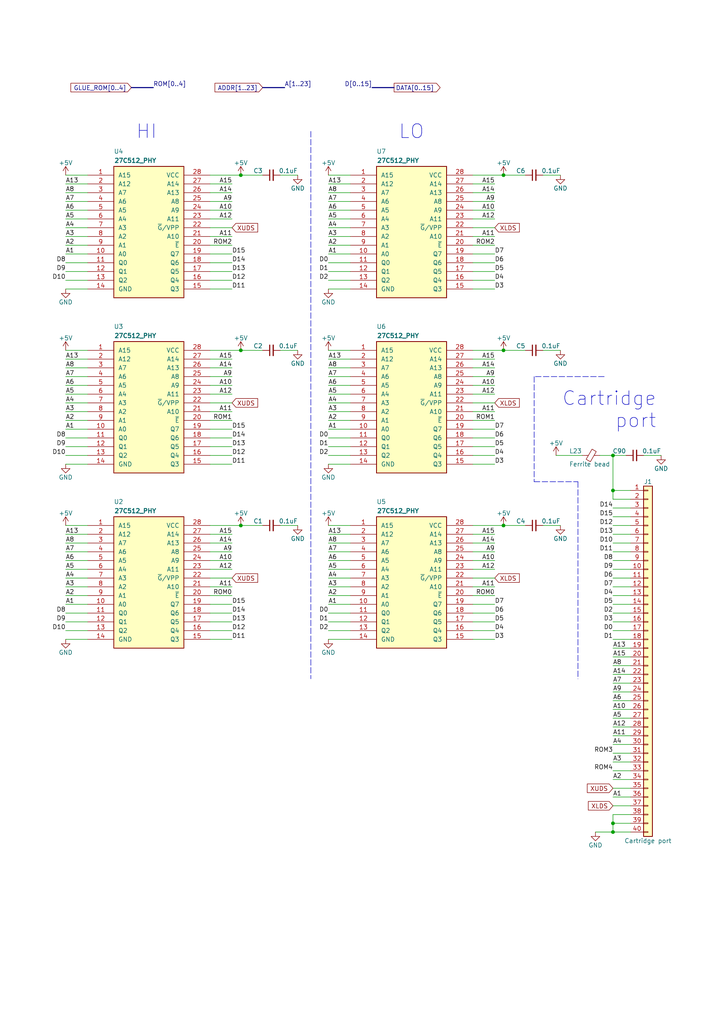
<source format=kicad_sch>
(kicad_sch (version 20211123) (generator eeschema)
  (paper "A4" portrait)
  (title_block (title "Converted schematics of Atari 260/520 ST") (date "2023-04-16") (rev "0") (comment 1 "…sporniket/kicad-conversions--atari-260-520-st-motherboard--c070231") (comment 2 "Original repository : https://github.com/…") (comment 4 "Reference : C070231"))
  (lib_symbols
    (symbol "27c512:27C512_PHY" (pin_names (offset 1.27))
      (property "Reference" "U" (at 0 0 0))
      (property "Value" "27C512_PHY" (at 0 0 0))
      (symbol "27C512_PHY_0_0"
        (rectangle (start -10.16 19.05) (end 10.16 -19.05) (stroke (width 0.254)) (fill (type background)))
        (pin input line (at -17.78 16.51 0) (length 7.62) (name "A15") (number "1"))
        (pin input line (at -17.78 -6.35 0) (length 7.62) (name "A0") (number "10"))
        (pin bidirectional line (at -17.78 -8.89 0) (length 7.62) (name "Q0") (number "11"))
        (pin bidirectional line (at -17.78 -11.43 0) (length 7.62) (name "Q1") (number "12"))
        (pin bidirectional line (at -17.78 -13.97 0) (length 7.62) (name "Q2") (number "13"))
        (pin power_in line (at -17.78 -16.51 0) (length 7.62) (name "GND") (number "14"))
        (pin bidirectional line (at 17.78 -16.51 180) (length 7.62) (name "Q3") (number "15"))
        (pin bidirectional line (at 17.78 -13.97 180) (length 7.62) (name "Q4") (number "16"))
        (pin bidirectional line (at 17.78 -11.43 180) (length 7.62) (name "Q5") (number "17"))
        (pin bidirectional line (at 17.78 -8.89 180) (length 7.62) (name "Q6") (number "18"))
        (pin bidirectional line (at 17.78 -6.35 180) (length 7.62) (name "Q7") (number "19"))
        (pin input line (at -17.78 13.97 0) (length 7.62) (name "A12") (number "2"))
        (pin input line (at 17.78 -3.81 180) (length 7.62) (name "~{E}") (number "20"))
        (pin input line (at 17.78 -1.27 180) (length 7.62) (name "A10") (number "21"))
        (pin input line (at 17.78 1.27 180) (length 7.62) (name "~{G}/VPP") (number "22"))
        (pin input line (at 17.78 3.81 180) (length 7.62) (name "A11") (number "23"))
        (pin input line (at 17.78 6.35 180) (length 7.62) (name "A9") (number "24"))
        (pin input line (at 17.78 8.89 180) (length 7.62) (name "A8") (number "25"))
        (pin input line (at 17.78 11.43 180) (length 7.62) (name "A13") (number "26"))
        (pin input line (at 17.78 13.97 180) (length 7.62) (name "A14") (number "27"))
        (pin power_in line (at 17.78 16.51 180) (length 7.62) (name "VCC") (number "28"))
        (pin input line (at -17.78 11.43 0) (length 7.62) (name "A7") (number "3"))
        (pin input line (at -17.78 8.89 0) (length 7.62) (name "A6") (number "4"))
        (pin input line (at -17.78 6.35 0) (length 7.62) (name "A5") (number "5"))
        (pin input line (at -17.78 3.81 0) (length 7.62) (name "A4") (number "6"))
        (pin input line (at -17.78 1.27 0) (length 7.62) (name "A3") (number "7"))
        (pin power_in line (at -17.78 -1.27 0) (length 7.62) (name "A2") (number "8"))
        (pin input line (at -17.78 -3.81 0) (length 7.62) (name "A1") (number "9"))
      )
    )
    (symbol "Connector_Generic:Conn_01x40" (pin_names (offset 1.016) hide)
      (property "Reference" "J" (at 0 50.8 0))
      (property "Value" "Conn_01x40" (at 0 -53.34 0))
      (symbol "Conn_01x40_1_1"
        (rectangle (start -1.27 -50.673) (end 0 -50.927) (stroke (width 0.1524)))
        (rectangle (start -1.27 -48.133) (end 0 -48.387) (stroke (width 0.1524)))
        (rectangle (start -1.27 -45.593) (end 0 -45.847) (stroke (width 0.1524)))
        (rectangle (start -1.27 -43.053) (end 0 -43.307) (stroke (width 0.1524)))
        (rectangle (start -1.27 -40.513) (end 0 -40.767) (stroke (width 0.1524)))
        (rectangle (start -1.27 -37.973) (end 0 -38.227) (stroke (width 0.1524)))
        (rectangle (start -1.27 -35.433) (end 0 -35.687) (stroke (width 0.1524)))
        (rectangle (start -1.27 -32.893) (end 0 -33.147) (stroke (width 0.1524)))
        (rectangle (start -1.27 -30.353) (end 0 -30.607) (stroke (width 0.1524)))
        (rectangle (start -1.27 -27.813) (end 0 -28.067) (stroke (width 0.1524)))
        (rectangle (start -1.27 -25.273) (end 0 -25.527) (stroke (width 0.1524)))
        (rectangle (start -1.27 -22.733) (end 0 -22.987) (stroke (width 0.1524)))
        (rectangle (start -1.27 -20.193) (end 0 -20.447) (stroke (width 0.1524)))
        (rectangle (start -1.27 -17.653) (end 0 -17.907) (stroke (width 0.1524)))
        (rectangle (start -1.27 -15.113) (end 0 -15.367) (stroke (width 0.1524)))
        (rectangle (start -1.27 -12.573) (end 0 -12.827) (stroke (width 0.1524)))
        (rectangle (start -1.27 -10.033) (end 0 -10.287) (stroke (width 0.1524)))
        (rectangle (start -1.27 -7.493) (end 0 -7.747) (stroke (width 0.1524)))
        (rectangle (start -1.27 -4.953) (end 0 -5.207) (stroke (width 0.1524)))
        (rectangle (start -1.27 -2.413) (end 0 -2.667) (stroke (width 0.1524)))
        (rectangle (start -1.27 0.127) (end 0 -0.127) (stroke (width 0.1524)))
        (rectangle (start -1.27 2.667) (end 0 2.413) (stroke (width 0.1524)))
        (rectangle (start -1.27 5.207) (end 0 4.953) (stroke (width 0.1524)))
        (rectangle (start -1.27 7.747) (end 0 7.493) (stroke (width 0.1524)))
        (rectangle (start -1.27 10.287) (end 0 10.033) (stroke (width 0.1524)))
        (rectangle (start -1.27 12.827) (end 0 12.573) (stroke (width 0.1524)))
        (rectangle (start -1.27 15.367) (end 0 15.113) (stroke (width 0.1524)))
        (rectangle (start -1.27 17.907) (end 0 17.653) (stroke (width 0.1524)))
        (rectangle (start -1.27 20.447) (end 0 20.193) (stroke (width 0.1524)))
        (rectangle (start -1.27 22.987) (end 0 22.733) (stroke (width 0.1524)))
        (rectangle (start -1.27 25.527) (end 0 25.273) (stroke (width 0.1524)))
        (rectangle (start -1.27 28.067) (end 0 27.813) (stroke (width 0.1524)))
        (rectangle (start -1.27 30.607) (end 0 30.353) (stroke (width 0.1524)))
        (rectangle (start -1.27 33.147) (end 0 32.893) (stroke (width 0.1524)))
        (rectangle (start -1.27 35.687) (end 0 35.433) (stroke (width 0.1524)))
        (rectangle (start -1.27 38.227) (end 0 37.973) (stroke (width 0.1524)))
        (rectangle (start -1.27 40.767) (end 0 40.513) (stroke (width 0.1524)))
        (rectangle (start -1.27 43.307) (end 0 43.053) (stroke (width 0.1524)))
        (rectangle (start -1.27 45.847) (end 0 45.593) (stroke (width 0.1524)))
        (rectangle (start -1.27 48.387) (end 0 48.133) (stroke (width 0.1524)))
        (rectangle (start -1.27 49.53) (end 1.27 -52.07) (stroke (width 0.254)) (fill (type background)))
        (pin passive line (at -5.08 48.26 0) (length 3.81) (name "Pin_1") (number "1"))
        (pin passive line (at -5.08 25.4 0) (length 3.81) (name "Pin_10") (number "10"))
        (pin passive line (at -5.08 22.86 0) (length 3.81) (name "Pin_11") (number "11"))
        (pin passive line (at -5.08 20.32 0) (length 3.81) (name "Pin_12") (number "12"))
        (pin passive line (at -5.08 17.78 0) (length 3.81) (name "Pin_13") (number "13"))
        (pin passive line (at -5.08 15.24 0) (length 3.81) (name "Pin_14") (number "14"))
        (pin passive line (at -5.08 12.7 0) (length 3.81) (name "Pin_15") (number "15"))
        (pin passive line (at -5.08 10.16 0) (length 3.81) (name "Pin_16") (number "16"))
        (pin passive line (at -5.08 7.62 0) (length 3.81) (name "Pin_17") (number "17"))
        (pin passive line (at -5.08 5.08 0) (length 3.81) (name "Pin_18") (number "18"))
        (pin passive line (at -5.08 2.54 0) (length 3.81) (name "Pin_19") (number "19"))
        (pin passive line (at -5.08 45.72 0) (length 3.81) (name "Pin_2") (number "2"))
        (pin passive line (at -5.08 0 0) (length 3.81) (name "Pin_20") (number "20"))
        (pin passive line (at -5.08 -2.54 0) (length 3.81) (name "Pin_21") (number "21"))
        (pin passive line (at -5.08 -5.08 0) (length 3.81) (name "Pin_22") (number "22"))
        (pin passive line (at -5.08 -7.62 0) (length 3.81) (name "Pin_23") (number "23"))
        (pin passive line (at -5.08 -10.16 0) (length 3.81) (name "Pin_24") (number "24"))
        (pin passive line (at -5.08 -12.7 0) (length 3.81) (name "Pin_25") (number "25"))
        (pin passive line (at -5.08 -15.24 0) (length 3.81) (name "Pin_26") (number "26"))
        (pin passive line (at -5.08 -17.78 0) (length 3.81) (name "Pin_27") (number "27"))
        (pin passive line (at -5.08 -20.32 0) (length 3.81) (name "Pin_28") (number "28"))
        (pin passive line (at -5.08 -22.86 0) (length 3.81) (name "Pin_29") (number "29"))
        (pin passive line (at -5.08 43.18 0) (length 3.81) (name "Pin_3") (number "3"))
        (pin passive line (at -5.08 -25.4 0) (length 3.81) (name "Pin_30") (number "30"))
        (pin passive line (at -5.08 -27.94 0) (length 3.81) (name "Pin_31") (number "31"))
        (pin passive line (at -5.08 -30.48 0) (length 3.81) (name "Pin_32") (number "32"))
        (pin passive line (at -5.08 -33.02 0) (length 3.81) (name "Pin_33") (number "33"))
        (pin passive line (at -5.08 -35.56 0) (length 3.81) (name "Pin_34") (number "34"))
        (pin passive line (at -5.08 -38.1 0) (length 3.81) (name "Pin_35") (number "35"))
        (pin passive line (at -5.08 -40.64 0) (length 3.81) (name "Pin_36") (number "36"))
        (pin passive line (at -5.08 -43.18 0) (length 3.81) (name "Pin_37") (number "37"))
        (pin passive line (at -5.08 -45.72 0) (length 3.81) (name "Pin_38") (number "38"))
        (pin passive line (at -5.08 -48.26 0) (length 3.81) (name "Pin_39") (number "39"))
        (pin passive line (at -5.08 40.64 0) (length 3.81) (name "Pin_4") (number "4"))
        (pin passive line (at -5.08 -50.8 0) (length 3.81) (name "Pin_40") (number "40"))
        (pin passive line (at -5.08 38.1 0) (length 3.81) (name "Pin_5") (number "5"))
        (pin passive line (at -5.08 35.56 0) (length 3.81) (name "Pin_6") (number "6"))
        (pin passive line (at -5.08 33.02 0) (length 3.81) (name "Pin_7") (number "7"))
        (pin passive line (at -5.08 30.48 0) (length 3.81) (name "Pin_8") (number "8"))
        (pin passive line (at -5.08 27.94 0) (length 3.81) (name "Pin_9") (number "9"))
      )
    )
    (symbol "Device:C_Small" (pin_numbers hide) (pin_names (offset 0.254) hide)
      (property "Reference" "C" (at 0.254 1.778 0))
      (property "Value" "C_Small" (at 0.254 -2.032 0))
      (symbol "C_Small_0_1"
        (polyline (pts (xy -1.524 -0.508) (xy 1.524 -0.508)) (stroke (width 0.3302)))
        (polyline (pts (xy -1.524 0.508) (xy 1.524 0.508)) (stroke (width 0.3048)))
      )
      (symbol "C_Small_1_1"
        (pin passive line (at 0 2.54 270) (length 2.032) (name "~") (number "1"))
        (pin passive line (at 0 -2.54 90) (length 2.032) (name "~") (number "2"))
      )
    )
    (symbol "Device:Ferrite_Bead_Small" (pin_numbers hide) (pin_names (offset 0))
      (property "Reference" "FB" (at 1.905 1.27 0))
      (property "Value" "Device_Ferrite_Bead_Small" (at 1.905 -1.27 0))
      (symbol "Ferrite_Bead_Small_0_1"
        (polyline (pts (xy 0 -1.27) (xy 0 -0.7874)))
        (polyline (pts (xy 0 0.889) (xy 0 1.2954)))
        (polyline (pts (xy -1.8288 0.2794) (xy -1.1176 1.4986) (xy 1.8288 -0.2032) (xy 1.1176 -1.4224) (xy -1.8288 0.2794)))
      )
      (symbol "Ferrite_Bead_Small_1_1"
        (pin passive line (at 0 2.54 270) (length 1.27) (name "~") (number "1"))
        (pin passive line (at 0 -2.54 90) (length 1.27) (name "~") (number "2"))
      )
    )
    (symbol "power:+5V" (power) (pin_names (offset 0))
      (property "Value" "+5V" (at 0 3.556 0))
      (symbol "+5V_0_1"
        (polyline (pts (xy -0.762 1.27) (xy 0 2.54)))
        (polyline (pts (xy 0 0) (xy 0 2.54)))
        (polyline (pts (xy 0 2.54) (xy 0.762 1.27)))
      )
      (symbol "+5V_1_1"
        (pin power_in line (at 0 0 90) (length 0) hide (name "+5V") (number "1"))
      )
    )
    (symbol "power:GND" (power) (pin_names (offset 0))
      (property "Value" "GND" (at 0 -3.81 0))
      (symbol "GND_0_1"
        (polyline (pts (xy 0 0) (xy 0 -1.27) (xy 1.27 -1.27) (xy 0 -2.54) (xy -1.27 -1.27) (xy 0 -1.27)))
      )
      (symbol "GND_1_1"
        (pin power_in line (at 0 0 270) (length 0) hide (name "GND") (number "1"))
      )
    )
  )
  (junction (at 69.85 152.4))
  (junction (at 177.8 142.24))
  (junction (at 146.05 152.4))
  (junction (at 69.85 101.6))
  (junction (at 69.85 50.8))
  (junction (at 146.05 101.6))
  (junction (at 177.8 241.3))
  (junction (at 146.05 50.8))
  (junction (at 177.8 132.08))
  (junction (at 177.8 238.76))
  (wire (pts (xy 60.96 180.34) (xy 67.31 180.34)))
  (wire (pts (xy 81.28 50.8) (xy 86.36 50.8)))
  (wire (pts (xy 177.8 147.32) (xy 182.88 147.32)))
  (wire (pts (xy 60.96 60.96) (xy 67.31 60.96)))
  (wire (pts (xy 137.16 152.4) (xy 146.05 152.4)))
  (wire (pts (xy 95.25 104.14) (xy 101.6 104.14)))
  (wire (pts (xy 137.16 121.92) (xy 143.51 121.92)))
  (wire (pts (xy 19.05 127) (xy 25.4 127)))
  (wire (pts (xy 60.96 170.18) (xy 67.31 170.18)))
  (wire (pts (xy 95.25 78.74) (xy 101.6 78.74)))
  (wire (pts (xy 60.96 78.74) (xy 67.31 78.74)))
  (wire (pts (xy 137.16 162.56) (xy 143.51 162.56)))
  (wire (pts (xy 19.05 116.84) (xy 25.4 116.84)))
  (wire (pts (xy 177.8 220.98) (xy 182.88 220.98)))
  (wire (pts (xy 177.8 190.5) (xy 182.88 190.5)))
  (wire (pts (xy 177.8 213.36) (xy 182.88 213.36)))
  (wire (pts (xy 95.25 63.5) (xy 101.6 63.5)))
  (wire (pts (xy 60.96 50.8) (xy 69.85 50.8)))
  (wire (pts (xy 60.96 165.1) (xy 67.31 165.1)))
  (wire (pts (xy 137.16 180.34) (xy 143.51 180.34)))
  (wire (pts (xy 19.05 134.62) (xy 25.4 134.62)))
  (wire (pts (xy 177.8 187.96) (xy 182.88 187.96)))
  (wire (pts (xy 177.8 210.82) (xy 182.88 210.82)))
  (polyline (pts (xy 167.64 139.7) (xy 167.64 196.85)))
  (wire (pts (xy 137.16 81.28) (xy 143.51 81.28)))
  (wire (pts (xy 19.05 106.68) (xy 25.4 106.68)))
  (wire (pts (xy 95.25 66.04) (xy 101.6 66.04)))
  (wire (pts (xy 60.96 101.6) (xy 69.85 101.6)))
  (wire (pts (xy 186.69 132.08) (xy 191.77 132.08)))
  (wire (pts (xy 95.25 175.26) (xy 101.6 175.26)))
  (wire (pts (xy 177.8 132.08) (xy 177.8 142.24)))
  (wire (pts (xy 177.8 165.1) (xy 182.88 165.1)))
  (wire (pts (xy 60.96 104.14) (xy 67.31 104.14)))
  (wire (pts (xy 177.8 144.78) (xy 182.88 144.78)))
  (wire (pts (xy 177.8 177.8) (xy 182.88 177.8)))
  (bus (pts (xy 38.1 25.4) (xy 44.45 25.4)))
  (wire (pts (xy 137.16 185.42) (xy 143.51 185.42)))
  (wire (pts (xy 177.8 231.14) (xy 182.88 231.14)))
  (wire (pts (xy 19.05 111.76) (xy 25.4 111.76)))
  (wire (pts (xy 95.25 55.88) (xy 101.6 55.88)))
  (wire (pts (xy 137.16 177.8) (xy 143.51 177.8)))
  (wire (pts (xy 137.16 71.12) (xy 143.51 71.12)))
  (wire (pts (xy 137.16 104.14) (xy 143.51 104.14)))
  (wire (pts (xy 177.8 228.6) (xy 182.88 228.6)))
  (wire (pts (xy 177.8 172.72) (xy 182.88 172.72)))
  (polyline (pts (xy 175.26 109.22) (xy 154.94 109.22)))
  (wire (pts (xy 177.8 241.3) (xy 182.88 241.3)))
  (wire (pts (xy 177.8 193.04) (xy 182.88 193.04)))
  (wire (pts (xy 137.16 175.26) (xy 143.51 175.26)))
  (wire (pts (xy 19.05 101.6) (xy 25.4 101.6)))
  (wire (pts (xy 137.16 157.48) (xy 143.51 157.48)))
  (wire (pts (xy 95.25 83.82) (xy 101.6 83.82)))
  (wire (pts (xy 157.48 101.6) (xy 162.56 101.6)))
  (wire (pts (xy 19.05 129.54) (xy 25.4 129.54)))
  (wire (pts (xy 19.05 109.22) (xy 25.4 109.22)))
  (wire (pts (xy 60.96 63.5) (xy 67.31 63.5)))
  (wire (pts (xy 19.05 73.66) (xy 25.4 73.66)))
  (wire (pts (xy 60.96 106.68) (xy 67.31 106.68)))
  (wire (pts (xy 137.16 68.58) (xy 143.51 68.58)))
  (wire (pts (xy 177.8 180.34) (xy 182.88 180.34)))
  (wire (pts (xy 95.25 162.56) (xy 101.6 162.56)))
  (wire (pts (xy 19.05 175.26) (xy 25.4 175.26)))
  (wire (pts (xy 19.05 50.8) (xy 25.4 50.8)))
  (wire (pts (xy 19.05 170.18) (xy 25.4 170.18)))
  (wire (pts (xy 157.48 152.4) (xy 162.56 152.4)))
  (polyline (pts (xy 90.17 38.1) (xy 90.17 196.85)))
  (wire (pts (xy 95.25 157.48) (xy 101.6 157.48)))
  (wire (pts (xy 157.48 50.8) (xy 162.56 50.8)))
  (wire (pts (xy 137.16 76.2) (xy 143.51 76.2)))
  (wire (pts (xy 177.8 182.88) (xy 182.88 182.88)))
  (wire (pts (xy 60.96 76.2) (xy 67.31 76.2)))
  (wire (pts (xy 19.05 162.56) (xy 25.4 162.56)))
  (wire (pts (xy 60.96 124.46) (xy 67.31 124.46)))
  (wire (pts (xy 60.96 154.94) (xy 67.31 154.94)))
  (wire (pts (xy 177.8 218.44) (xy 182.88 218.44)))
  (wire (pts (xy 137.16 167.64) (xy 143.51 167.64)))
  (wire (pts (xy 19.05 68.58) (xy 25.4 68.58)))
  (wire (pts (xy 137.16 165.1) (xy 143.51 165.1)))
  (wire (pts (xy 177.8 241.3) (xy 177.8 238.76)))
  (wire (pts (xy 95.25 152.4) (xy 101.6 152.4)))
  (wire (pts (xy 146.05 152.4) (xy 152.4 152.4)))
  (wire (pts (xy 182.88 142.24) (xy 177.8 142.24)))
  (wire (pts (xy 60.96 129.54) (xy 67.31 129.54)))
  (wire (pts (xy 60.96 83.82) (xy 67.31 83.82)))
  (wire (pts (xy 60.96 134.62) (xy 67.31 134.62)))
  (wire (pts (xy 19.05 53.34) (xy 25.4 53.34)))
  (wire (pts (xy 19.05 119.38) (xy 25.4 119.38)))
  (wire (pts (xy 19.05 167.64) (xy 25.4 167.64)))
  (wire (pts (xy 19.05 165.1) (xy 25.4 165.1)))
  (wire (pts (xy 137.16 114.3) (xy 143.51 114.3)))
  (wire (pts (xy 19.05 154.94) (xy 25.4 154.94)))
  (wire (pts (xy 137.16 172.72) (xy 143.51 172.72)))
  (wire (pts (xy 95.25 73.66) (xy 101.6 73.66)))
  (wire (pts (xy 95.25 119.38) (xy 101.6 119.38)))
  (wire (pts (xy 137.16 60.96) (xy 143.51 60.96)))
  (wire (pts (xy 60.96 160.02) (xy 67.31 160.02)))
  (wire (pts (xy 19.05 185.42) (xy 25.4 185.42)))
  (wire (pts (xy 81.28 101.6) (xy 86.36 101.6)))
  (wire (pts (xy 95.25 68.58) (xy 101.6 68.58)))
  (wire (pts (xy 95.25 160.02) (xy 101.6 160.02)))
  (wire (pts (xy 177.8 200.66) (xy 182.88 200.66)))
  (wire (pts (xy 95.25 124.46) (xy 101.6 124.46)))
  (wire (pts (xy 137.16 154.94) (xy 143.51 154.94)))
  (wire (pts (xy 177.8 203.2) (xy 182.88 203.2)))
  (wire (pts (xy 69.85 101.6) (xy 76.2 101.6)))
  (wire (pts (xy 19.05 78.74) (xy 25.4 78.74)))
  (wire (pts (xy 95.25 101.6) (xy 101.6 101.6)))
  (polyline (pts (xy 154.94 109.22) (xy 154.94 139.7)))
  (wire (pts (xy 60.96 116.84) (xy 67.31 116.84)))
  (wire (pts (xy 19.05 76.2) (xy 25.4 76.2)))
  (wire (pts (xy 60.96 55.88) (xy 67.31 55.88)))
  (wire (pts (xy 137.16 127) (xy 143.51 127)))
  (polyline (pts (xy 154.94 139.7) (xy 167.64 139.7)))
  (wire (pts (xy 177.8 132.08) (xy 181.61 132.08)))
  (wire (pts (xy 95.25 106.68) (xy 101.6 106.68)))
  (wire (pts (xy 137.16 78.74) (xy 143.51 78.74)))
  (wire (pts (xy 137.16 134.62) (xy 143.51 134.62)))
  (wire (pts (xy 60.96 185.42) (xy 67.31 185.42)))
  (wire (pts (xy 19.05 152.4) (xy 25.4 152.4)))
  (wire (pts (xy 95.25 53.34) (xy 101.6 53.34)))
  (wire (pts (xy 69.85 152.4) (xy 76.2 152.4)))
  (wire (pts (xy 137.16 119.38) (xy 143.51 119.38)))
  (wire (pts (xy 95.25 109.22) (xy 101.6 109.22)))
  (wire (pts (xy 60.96 162.56) (xy 67.31 162.56)))
  (wire (pts (xy 95.25 154.94) (xy 101.6 154.94)))
  (wire (pts (xy 137.16 132.08) (xy 143.51 132.08)))
  (wire (pts (xy 95.25 121.92) (xy 101.6 121.92)))
  (wire (pts (xy 95.25 185.42) (xy 101.6 185.42)))
  (wire (pts (xy 60.96 121.92) (xy 67.31 121.92)))
  (wire (pts (xy 177.8 162.56) (xy 182.88 162.56)))
  (wire (pts (xy 137.16 116.84) (xy 143.51 116.84)))
  (wire (pts (xy 95.25 165.1) (xy 101.6 165.1)))
  (wire (pts (xy 60.96 53.34) (xy 67.31 53.34)))
  (wire (pts (xy 177.8 238.76) (xy 182.88 238.76)))
  (wire (pts (xy 137.16 106.68) (xy 143.51 106.68)))
  (wire (pts (xy 60.96 68.58) (xy 67.31 68.58)))
  (wire (pts (xy 177.8 175.26) (xy 182.88 175.26)))
  (wire (pts (xy 19.05 132.08) (xy 25.4 132.08)))
  (wire (pts (xy 19.05 104.14) (xy 25.4 104.14)))
  (wire (pts (xy 177.8 160.02) (xy 182.88 160.02)))
  (wire (pts (xy 60.96 66.04) (xy 67.31 66.04)))
  (wire (pts (xy 177.8 223.52) (xy 182.88 223.52)))
  (wire (pts (xy 177.8 167.64) (xy 182.88 167.64)))
  (wire (pts (xy 95.25 127) (xy 101.6 127)))
  (wire (pts (xy 19.05 83.82) (xy 25.4 83.82)))
  (wire (pts (xy 177.8 236.22) (xy 182.88 236.22)))
  (wire (pts (xy 95.25 180.34) (xy 101.6 180.34)))
  (wire (pts (xy 81.28 152.4) (xy 86.36 152.4)))
  (wire (pts (xy 60.96 152.4) (xy 69.85 152.4)))
  (wire (pts (xy 19.05 180.34) (xy 25.4 180.34)))
  (wire (pts (xy 137.16 160.02) (xy 143.51 160.02)))
  (wire (pts (xy 95.25 167.64) (xy 101.6 167.64)))
  (wire (pts (xy 60.96 157.48) (xy 67.31 157.48)))
  (wire (pts (xy 60.96 172.72) (xy 67.31 172.72)))
  (wire (pts (xy 60.96 81.28) (xy 67.31 81.28)))
  (wire (pts (xy 19.05 81.28) (xy 25.4 81.28)))
  (wire (pts (xy 95.25 134.62) (xy 101.6 134.62)))
  (wire (pts (xy 19.05 60.96) (xy 25.4 60.96)))
  (wire (pts (xy 19.05 160.02) (xy 25.4 160.02)))
  (wire (pts (xy 19.05 177.8) (xy 25.4 177.8)))
  (wire (pts (xy 19.05 172.72) (xy 25.4 172.72)))
  (wire (pts (xy 137.16 170.18) (xy 143.51 170.18)))
  (wire (pts (xy 60.96 109.22) (xy 67.31 109.22)))
  (wire (pts (xy 146.05 50.8) (xy 152.4 50.8)))
  (wire (pts (xy 177.8 157.48) (xy 182.88 157.48)))
  (wire (pts (xy 19.05 58.42) (xy 25.4 58.42)))
  (wire (pts (xy 19.05 182.88) (xy 25.4 182.88)))
  (wire (pts (xy 95.25 71.12) (xy 101.6 71.12)))
  (wire (pts (xy 69.85 50.8) (xy 76.2 50.8)))
  (wire (pts (xy 60.96 167.64) (xy 67.31 167.64)))
  (wire (pts (xy 95.25 172.72) (xy 101.6 172.72)))
  (wire (pts (xy 19.05 124.46) (xy 25.4 124.46)))
  (wire (pts (xy 19.05 55.88) (xy 25.4 55.88)))
  (wire (pts (xy 60.96 114.3) (xy 67.31 114.3)))
  (wire (pts (xy 137.16 53.34) (xy 143.51 53.34)))
  (wire (pts (xy 95.25 58.42) (xy 101.6 58.42)))
  (wire (pts (xy 177.8 226.06) (xy 182.88 226.06)))
  (wire (pts (xy 177.8 233.68) (xy 182.88 233.68)))
  (wire (pts (xy 60.96 127) (xy 67.31 127)))
  (wire (pts (xy 95.25 111.76) (xy 101.6 111.76)))
  (wire (pts (xy 177.8 208.28) (xy 182.88 208.28)))
  (wire (pts (xy 146.05 101.6) (xy 152.4 101.6)))
  (wire (pts (xy 95.25 114.3) (xy 101.6 114.3)))
  (wire (pts (xy 60.96 119.38) (xy 67.31 119.38)))
  (wire (pts (xy 95.25 50.8) (xy 101.6 50.8)))
  (wire (pts (xy 137.16 109.22) (xy 143.51 109.22)))
  (wire (pts (xy 137.16 124.46) (xy 143.51 124.46)))
  (wire (pts (xy 95.25 60.96) (xy 101.6 60.96)))
  (wire (pts (xy 137.16 63.5) (xy 143.51 63.5)))
  (wire (pts (xy 137.16 73.66) (xy 143.51 73.66)))
  (wire (pts (xy 137.16 83.82) (xy 143.51 83.82)))
  (wire (pts (xy 95.25 76.2) (xy 101.6 76.2)))
  (wire (pts (xy 60.96 111.76) (xy 67.31 111.76)))
  (wire (pts (xy 177.8 149.86) (xy 182.88 149.86)))
  (wire (pts (xy 95.25 132.08) (xy 101.6 132.08)))
  (wire (pts (xy 177.8 142.24) (xy 177.8 144.78)))
  (wire (pts (xy 60.96 175.26) (xy 67.31 175.26)))
  (wire (pts (xy 95.25 116.84) (xy 101.6 116.84)))
  (wire (pts (xy 161.29 132.08) (xy 168.91 132.08)))
  (wire (pts (xy 137.16 129.54) (xy 143.51 129.54)))
  (wire (pts (xy 95.25 177.8) (xy 101.6 177.8)))
  (wire (pts (xy 177.8 198.12) (xy 182.88 198.12)))
  (wire (pts (xy 137.16 111.76) (xy 143.51 111.76)))
  (wire (pts (xy 177.8 215.9) (xy 182.88 215.9)))
  (wire (pts (xy 177.8 154.94) (xy 182.88 154.94)))
  (wire (pts (xy 177.8 195.58) (xy 182.88 195.58)))
  (wire (pts (xy 60.96 71.12) (xy 67.31 71.12)))
  (wire (pts (xy 19.05 63.5) (xy 25.4 63.5)))
  (wire (pts (xy 137.16 58.42) (xy 143.51 58.42)))
  (wire (pts (xy 172.72 241.3) (xy 177.8 241.3)))
  (wire (pts (xy 95.25 129.54) (xy 101.6 129.54)))
  (wire (pts (xy 95.25 182.88) (xy 101.6 182.88)))
  (wire (pts (xy 95.25 170.18) (xy 101.6 170.18)))
  (wire (pts (xy 173.99 132.08) (xy 177.8 132.08)))
  (wire (pts (xy 19.05 66.04) (xy 25.4 66.04)))
  (wire (pts (xy 95.25 81.28) (xy 101.6 81.28)))
  (wire (pts (xy 19.05 157.48) (xy 25.4 157.48)))
  (wire (pts (xy 137.16 50.8) (xy 146.05 50.8)))
  (wire (pts (xy 137.16 101.6) (xy 146.05 101.6)))
  (wire (pts (xy 60.96 58.42) (xy 67.31 58.42)))
  (wire (pts (xy 60.96 132.08) (xy 67.31 132.08)))
  (wire (pts (xy 19.05 71.12) (xy 25.4 71.12)))
  (bus (pts (xy 82.55 25.4) (xy 76.2 25.4)))
  (wire (pts (xy 60.96 73.66) (xy 67.31 73.66)))
  (wire (pts (xy 19.05 121.92) (xy 25.4 121.92)))
  (wire (pts (xy 177.8 205.74) (xy 182.88 205.74)))
  (wire (pts (xy 60.96 182.88) (xy 67.31 182.88)))
  (wire (pts (xy 177.8 238.76) (xy 177.8 236.22)))
  (wire (pts (xy 177.8 170.18) (xy 182.88 170.18)))
  (wire (pts (xy 177.8 152.4) (xy 182.88 152.4)))
  (wire (pts (xy 19.05 114.3) (xy 25.4 114.3)))
  (wire (pts (xy 137.16 55.88) (xy 143.51 55.88)))
  (wire (pts (xy 137.16 66.04) (xy 143.51 66.04)))
  (wire (pts (xy 60.96 177.8) (xy 67.31 177.8)))
  (wire (pts (xy 177.8 185.42) (xy 182.88 185.42)))
  (bus (pts (xy 107.95 25.4) (xy 114.3 25.4)))
  (wire (pts (xy 137.16 182.88) (xy 143.51 182.88)))
  (text "LO" (at 115.57 40.64 0) (effects (font (size 3.9878 3.9878)) (justify left bottom)))
  (text "Cartridge\nport" (at 190.5 124.46 180) (effects (font (size 3.9878 3.9878)) (justify right bottom)))
  (text "HI" (at 39.37 40.64 0) (effects (font (size 3.9878 3.9878)) (justify left bottom)))
  (label "A12" (at 67.31 165.1 180))
  (label "A15" (at 67.31 104.14 180))
  (label "D13" (at 67.31 180.34 0))
  (label "ROM1" (at 67.31 121.92 180))
  (label "A2" (at 19.05 71.12 0))
  (label "ROM2" (at 67.31 71.12 180))
  (label "A9" (at 143.51 109.22 180))
  (label "D4" (at 143.51 132.08 0))
  (label "A3" (at 95.25 170.18 0))
  (label "A13" (at 177.8 187.96 0))
  (label "D5" (at 143.51 180.34 0))
  (label "D6" (at 143.51 76.2 0))
  (label "A7" (at 19.05 58.42 0))
  (label "A2" (at 177.8 226.06 0))
  (label "ROM4" (at 177.8 223.52 180))
  (label "A9" (at 143.51 58.42 180))
  (label "D10" (at 19.05 132.08 180))
  (label "A4" (at 95.25 167.64 0))
  (label "A3" (at 19.05 119.38 0))
  (label "A13" (at 95.25 154.94 0))
  (label "A1" (at 177.8 231.14 0))
  (label "ROM1" (at 143.51 121.92 180))
  (label "A1" (at 19.05 73.66 0))
  (label "A7" (at 95.25 58.42 0))
  (label "A7" (at 95.25 109.22 0))
  (label "D5" (at 143.51 78.74 0))
  (label "D1" (at 95.25 180.34 180))
  (label "A1" (at 19.05 124.46 0))
  (label "D6" (at 177.8 167.64 180))
  (label "A8" (at 19.05 106.68 0))
  (label "D9" (at 19.05 129.54 180))
  (label "D0" (at 95.25 76.2 180))
  (label "A4" (at 177.8 215.9 0))
  (label "D11" (at 67.31 134.62 0))
  (label "A2" (at 95.25 71.12 0))
  (label "A11" (at 143.51 170.18 180))
  (label "D11" (at 177.8 160.02 180))
  (label "D10" (at 19.05 182.88 180))
  (label "A13" (at 19.05 154.94 0))
  (label "D3" (at 143.51 134.62 0))
  (label "D11" (at 67.31 83.82 0))
  (label "D7" (at 143.51 175.26 0))
  (label "A15" (at 143.51 104.14 180))
  (label "D1" (at 95.25 129.54 180))
  (label "A1" (at 95.25 124.46 0))
  (label "A5" (at 95.25 165.1 0))
  (label "A12" (at 67.31 114.3 180))
  (label "A12" (at 143.51 114.3 180))
  (label "D2" (at 177.8 177.8 180))
  (label "A11" (at 177.8 213.36 0))
  (label "D[0..15]" (at 107.95 25.4 180))
  (label "A5" (at 95.25 63.5 0))
  (label "D9" (at 19.05 180.34 180))
  (label "A9" (at 143.51 160.02 180))
  (label "A6" (at 95.25 162.56 0))
  (label "A8" (at 19.05 157.48 0))
  (label "D4" (at 143.51 182.88 0))
  (label "D12" (at 67.31 132.08 0))
  (label "A5" (at 19.05 114.3 0))
  (label "A10" (at 143.51 162.56 180))
  (label "D7" (at 177.8 170.18 180))
  (label "D13" (at 177.8 154.94 180))
  (label "A13" (at 95.25 104.14 0))
  (label "A7" (at 177.8 198.12 0))
  (label "D5" (at 177.8 175.26 180))
  (label "D8" (at 177.8 162.56 180))
  (label "D15" (at 177.8 149.86 180))
  (label "A13" (at 95.25 53.34 0))
  (label "A2" (at 19.05 172.72 0))
  (label "D14" (at 177.8 147.32 180))
  (label "A15" (at 67.31 154.94 180))
  (label "A7" (at 95.25 160.02 0))
  (label "D12" (at 177.8 152.4 180))
  (label "A15" (at 143.51 154.94 180))
  (label "D14" (at 67.31 177.8 0))
  (label "ROM0" (at 143.51 172.72 180))
  (label "A11" (at 143.51 68.58 180))
  (label "A8" (at 19.05 55.88 0))
  (label "D2" (at 95.25 182.88 180))
  (label "A11" (at 143.51 119.38 180))
  (label "A5" (at 19.05 63.5 0))
  (label "A9" (at 67.31 109.22 180))
  (label "ROM[0..4]" (at 44.45 25.4 0))
  (label "A15" (at 67.31 53.34 180))
  (label "A9" (at 67.31 58.42 180))
  (label "A4" (at 19.05 66.04 0))
  (label "A14" (at 67.31 106.68 180))
  (label "A4" (at 95.25 66.04 0))
  (label "A1" (at 95.25 175.26 0))
  (label "A14" (at 67.31 55.88 180))
  (label "A9" (at 177.8 200.66 0))
  (label "A8" (at 177.8 193.04 0))
  (label "A3" (at 19.05 68.58 0))
  (label "A3" (at 19.05 170.18 0))
  (label "D7" (at 143.51 73.66 0))
  (label "A10" (at 67.31 60.96 180))
  (label "D15" (at 67.31 124.46 0))
  (label "A[1..23]" (at 82.55 25.4 0))
  (label "ROM3" (at 177.8 218.44 180))
  (label "A8" (at 95.25 55.88 0))
  (label "A6" (at 95.25 111.76 0))
  (label "D4" (at 177.8 172.72 180))
  (label "A4" (at 19.05 167.64 0))
  (label "A13" (at 19.05 104.14 0))
  (label "D1" (at 95.25 78.74 180))
  (label "D5" (at 143.51 129.54 0))
  (label "D3" (at 143.51 185.42 0))
  (label "A7" (at 19.05 160.02 0))
  (label "A14" (at 143.51 157.48 180))
  (label "A5" (at 19.05 165.1 0))
  (label "A14" (at 67.31 157.48 180))
  (label "A15" (at 143.51 53.34 180))
  (label "A5" (at 95.25 114.3 0))
  (label "A11" (at 67.31 170.18 180))
  (label "D9" (at 177.8 165.1 180))
  (label "ROM0" (at 67.31 172.72 180))
  (label "A10" (at 143.51 111.76 180))
  (label "A2" (at 19.05 121.92 0))
  (label "D12" (at 67.31 182.88 0))
  (label "D8" (at 19.05 127 180))
  (label "A11" (at 67.31 68.58 180))
  (label "A12" (at 143.51 63.5 180))
  (label "A10" (at 67.31 111.76 180))
  (label "A12" (at 143.51 165.1 180))
  (label "A1" (at 95.25 73.66 0))
  (label "D9" (at 19.05 78.74 180))
  (label "D0" (at 95.25 177.8 180))
  (label "D8" (at 19.05 76.2 180))
  (label "ROM2" (at 143.51 71.12 180))
  (label "A6" (at 95.25 60.96 0))
  (label "D14" (at 67.31 76.2 0))
  (label "D10" (at 177.8 157.48 180))
  (label "A11" (at 67.31 119.38 180))
  (label "D14" (at 67.31 127 0))
  (label "A8" (at 95.25 157.48 0))
  (label "D15" (at 67.31 73.66 0))
  (label "D3" (at 177.8 180.34 180))
  (label "A14" (at 143.51 55.88 180))
  (label "A3" (at 95.25 68.58 0))
  (label "A3" (at 177.8 220.98 0))
  (label "D3" (at 143.51 83.82 0))
  (label "A6" (at 19.05 162.56 0))
  (label "A10" (at 177.8 205.74 0))
  (label "A13" (at 19.05 53.34 0))
  (label "D13" (at 67.31 129.54 0))
  (label "D0" (at 95.25 127 180))
  (label "A4" (at 19.05 116.84 0))
  (label "A12" (at 67.31 63.5 180))
  (label "D13" (at 67.31 78.74 0))
  (label "D6" (at 143.51 127 0))
  (label "A2" (at 95.25 172.72 0))
  (label "A12" (at 177.8 210.82 0))
  (label "A7" (at 19.05 109.22 0))
  (label "A6" (at 177.8 203.2 0))
  (label "A10" (at 67.31 162.56 180))
  (label "A6" (at 19.05 111.76 0))
  (label "D4" (at 143.51 81.28 0))
  (label "A2" (at 95.25 121.92 0))
  (label "D1" (at 177.8 185.42 180))
  (label "A14" (at 177.8 195.58 0))
  (label "A1" (at 19.05 175.26 0))
  (label "A8" (at 95.25 106.68 0))
  (label "A3" (at 95.25 119.38 0))
  (label "A4" (at 95.25 116.84 0))
  (label "A6" (at 19.05 60.96 0))
  (label "A10" (at 143.51 60.96 180))
  (label "D11" (at 67.31 185.42 0))
  (label "D8" (at 19.05 177.8 180))
  (label "D0" (at 177.8 182.88 180))
  (label "D12" (at 67.31 81.28 0))
  (label "D15" (at 67.31 175.26 0))
  (label "A15" (at 177.8 190.5 0))
  (label "A9" (at 67.31 160.02 180))
  (label "A14" (at 143.51 106.68 180))
  (label "D2" (at 95.25 81.28 180))
  (label "A5" (at 177.8 208.28 0))
  (label "D2" (at 95.25 132.08 180))
  (label "D7" (at 143.51 124.46 0))
  (label "D10" (at 19.05 81.28 180))
  (label "D6" (at 143.51 177.8 0))
  (global_label "XLDS" (shape input) (at 143.51 116.84 0) (property "Intersheet References" "${INTERSHEET_REFS}" (effects hide)))
  (global_label "XUDS" (shape input) (at 67.31 167.64 0) (property "Intersheet References" "${INTERSHEET_REFS}" (effects hide)))
  (global_label "XLDS" (shape input) (at 143.51 66.04 0) (property "Intersheet References" "${INTERSHEET_REFS}" (effects hide)))
  (global_label "DATA[0..15]" (shape output) (at 114.3 25.4 0) (property "Intersheet References" "${INTERSHEET_REFS}" (effects hide)))
  (global_label "XLDS" (shape input) (at 143.51 167.64 0) (property "Intersheet References" "${INTERSHEET_REFS}" (effects hide)))
  (global_label "ADDR[1..23]" (shape input) (at 76.2 25.4 180) (property "Intersheet References" "${INTERSHEET_REFS}" (effects hide)))
  (global_label "XUDS" (shape input) (at 67.31 66.04 0) (property "Intersheet References" "${INTERSHEET_REFS}" (effects hide)))
  (global_label "XUDS" (shape input) (at 67.31 116.84 0) (property "Intersheet References" "${INTERSHEET_REFS}" (effects hide)))
  (global_label "XUDS" (shape input) (at 177.8 228.6 180) (property "Intersheet References" "${INTERSHEET_REFS}" (effects hide)))
  (global_label "XLDS" (shape input) (at 177.8 233.68 180) (property "Intersheet References" "${INTERSHEET_REFS}" (effects hide)))
  (global_label "GLUE_ROM[0..4]" (shape input) (at 38.1 25.4 180) (property "Intersheet References" "${INTERSHEET_REFS}" (effects hide)))
  (symbol (lib_id "27c512:27C512_PHY") (at 43.18 67.31 0) (unit 1)
    (property "Reference" "U4" (at 33.02 43.18 0) (effects (justify left top)))
    (property "Value" "27C512_PHY" (at 33.02 45.72 0) (effects (font bold) (justify left top)))
    (property "Footprint" "Package_DIP:DIP-28_W15.24mm_LongPads" (effects hide))
  )
  (symbol (lib_id "Device:C_Small") (at 78.74 50.8 90) (unit 1)
    (property "Reference" "C3" (at 76.2 49.53 90) (effects (justify left)))
    (property "Value" "0.1uF" (at 86.36 49.53 90) (effects (justify left)))
    (property "Footprint" "commons-passives_THT:Passive_THT_capacitor_mlcc_W2.54mm_L12.70mm" (effects hide))
  )
  (symbol (lib_id "power:GND") (at 86.36 50.8 0) (unit 1)
    (property "Reference" "#PWR0187" (effects hide))
    (property "Value" "GND" (at 86.36 54.61 0))
  )
  (symbol (lib_id "power:+5V") (at 69.85 50.8 0) (unit 1)
    (property "Reference" "#PWR0194" (effects hide))
    (property "Value" "+5V" (at 69.85 47.244 0))
  )
  (symbol (lib_id "power:GND") (at 19.05 83.82 0) (unit 1)
    (property "Reference" "#PWR0195" (effects hide))
    (property "Value" "GND" (at 19.05 87.63 0))
  )
  (symbol (lib_id "power:+5V") (at 19.05 50.8 0) (unit 1)
    (property "Reference" "#PWR0196" (effects hide))
    (property "Value" "+5V" (at 19.05 47.244 0))
  )
  (symbol (lib_id "27c512:27C512_PHY") (at 43.18 118.11 0) (unit 1)
    (property "Reference" "U3" (at 33.02 93.98 0) (effects (justify left top)))
    (property "Value" "27C512_PHY" (at 33.02 96.52 0) (effects (font bold) (justify left top)))
    (property "Footprint" "Package_DIP:DIP-28_W15.24mm_LongPads" (effects hide))
  )
  (symbol (lib_id "Device:C_Small") (at 78.74 101.6 90) (unit 1)
    (property "Reference" "C2" (at 76.2 100.33 90) (effects (justify left)))
    (property "Value" "0.1uF" (at 86.36 100.33 90) (effects (justify left)))
    (property "Footprint" "commons-passives_THT:Passive_THT_capacitor_mlcc_W2.54mm_L12.70mm" (effects hide))
  )
  (symbol (lib_id "power:GND") (at 86.36 101.6 0) (unit 1)
    (property "Reference" "#PWR0197" (effects hide))
    (property "Value" "GND" (at 86.36 105.41 0))
  )
  (symbol (lib_id "power:+5V") (at 69.85 101.6 0) (unit 1)
    (property "Reference" "#PWR0198" (effects hide))
    (property "Value" "+5V" (at 69.85 98.044 0))
  )
  (symbol (lib_id "power:GND") (at 19.05 134.62 0) (unit 1)
    (property "Reference" "#PWR0199" (effects hide))
    (property "Value" "GND" (at 19.05 138.43 0))
  )
  (symbol (lib_id "power:+5V") (at 19.05 101.6 0) (unit 1)
    (property "Reference" "#PWR0200" (effects hide))
    (property "Value" "+5V" (at 19.05 98.044 0))
  )
  (symbol (lib_id "27c512:27C512_PHY") (at 43.18 168.91 0) (unit 1)
    (property "Reference" "U2" (at 33.02 144.78 0) (effects (justify left top)))
    (property "Value" "27C512_PHY" (at 33.02 147.32 0) (effects (font bold) (justify left top)))
    (property "Footprint" "Package_DIP:DIP-28_W15.24mm_LongPads" (effects hide))
  )
  (symbol (lib_id "Device:C_Small") (at 78.74 152.4 90) (unit 1)
    (property "Reference" "C1" (at 76.2 151.13 90) (effects (justify left)))
    (property "Value" "0.1uF" (at 86.36 151.13 90) (effects (justify left)))
    (property "Footprint" "commons-passives_THT:Passive_THT_capacitor_mlcc_W2.54mm_L12.70mm" (effects hide))
  )
  (symbol (lib_id "power:GND") (at 86.36 152.4 0) (unit 1)
    (property "Reference" "#PWR0201" (effects hide))
    (property "Value" "GND" (at 86.36 156.21 0))
  )
  (symbol (lib_id "power:+5V") (at 69.85 152.4 0) (unit 1)
    (property "Reference" "#PWR0202" (effects hide))
    (property "Value" "+5V" (at 69.85 148.844 0))
  )
  (symbol (lib_id "power:GND") (at 19.05 185.42 0) (unit 1)
    (property "Reference" "#PWR0203" (effects hide))
    (property "Value" "GND" (at 19.05 189.23 0))
  )
  (symbol (lib_id "power:+5V") (at 19.05 152.4 0) (unit 1)
    (property "Reference" "#PWR0204" (effects hide))
    (property "Value" "+5V" (at 19.05 148.844 0))
  )
  (symbol (lib_id "27c512:27C512_PHY") (at 119.38 67.31 0) (unit 1)
    (property "Reference" "U7" (at 109.22 43.18 0) (effects (justify left top)))
    (property "Value" "27C512_PHY" (at 109.22 45.72 0) (effects (font bold) (justify left top)))
    (property "Footprint" "Package_DIP:DIP-28_W15.24mm_LongPads" (effects hide))
  )
  (symbol (lib_id "Device:C_Small") (at 154.94 50.8 90) (unit 1)
    (property "Reference" "C6" (at 152.4 49.53 90) (effects (justify left)))
    (property "Value" "0.1uF" (at 162.56 49.53 90) (effects (justify left)))
    (property "Footprint" "commons-passives_THT:Passive_THT_capacitor_mlcc_W2.54mm_L12.70mm" (effects hide))
  )
  (symbol (lib_id "power:GND") (at 162.56 50.8 0) (unit 1)
    (property "Reference" "#PWR0205" (effects hide))
    (property "Value" "GND" (at 162.56 54.61 0))
  )
  (symbol (lib_id "power:+5V") (at 146.05 50.8 0) (unit 1)
    (property "Reference" "#PWR0206" (effects hide))
    (property "Value" "+5V" (at 146.05 47.244 0))
  )
  (symbol (lib_id "power:GND") (at 95.25 83.82 0) (unit 1)
    (property "Reference" "#PWR0207" (effects hide))
    (property "Value" "GND" (at 95.25 87.63 0))
  )
  (symbol (lib_id "power:+5V") (at 95.25 50.8 0) (unit 1)
    (property "Reference" "#PWR0208" (effects hide))
    (property "Value" "+5V" (at 95.25 47.244 0))
  )
  (symbol (lib_id "27c512:27C512_PHY") (at 119.38 118.11 0) (unit 1)
    (property "Reference" "U6" (at 109.22 93.98 0) (effects (justify left top)))
    (property "Value" "27C512_PHY" (at 109.22 96.52 0) (effects (font bold) (justify left top)))
    (property "Footprint" "Package_DIP:DIP-28_W15.24mm_LongPads" (effects hide))
  )
  (symbol (lib_id "Device:C_Small") (at 154.94 101.6 90) (unit 1)
    (property "Reference" "C5" (at 152.4 100.33 90) (effects (justify left)))
    (property "Value" "0.1uF" (at 162.56 100.33 90) (effects (justify left)))
    (property "Footprint" "commons-passives_THT:Passive_THT_capacitor_mlcc_W2.54mm_L12.70mm" (effects hide))
  )
  (symbol (lib_id "power:GND") (at 162.56 101.6 0) (unit 1)
    (property "Reference" "#PWR0209" (effects hide))
    (property "Value" "GND" (at 162.56 105.41 0))
  )
  (symbol (lib_id "power:+5V") (at 146.05 101.6 0) (unit 1)
    (property "Reference" "#PWR0210" (effects hide))
    (property "Value" "+5V" (at 146.05 98.044 0))
  )
  (symbol (lib_id "power:GND") (at 95.25 134.62 0) (unit 1)
    (property "Reference" "#PWR0211" (effects hide))
    (property "Value" "GND" (at 95.25 138.43 0))
  )
  (symbol (lib_id "power:+5V") (at 95.25 101.6 0) (unit 1)
    (property "Reference" "#PWR0212" (effects hide))
    (property "Value" "+5V" (at 95.25 98.044 0))
  )
  (symbol (lib_id "27c512:27C512_PHY") (at 119.38 168.91 0) (unit 1)
    (property "Reference" "U5" (at 109.22 144.78 0) (effects (justify left top)))
    (property "Value" "27C512_PHY" (at 109.22 147.32 0) (effects (font bold) (justify left top)))
    (property "Footprint" "Package_DIP:DIP-28_W15.24mm_LongPads" (effects hide))
  )
  (symbol (lib_id "Device:C_Small") (at 154.94 152.4 90) (unit 1)
    (property "Reference" "C4" (at 152.4 151.13 90) (effects (justify left)))
    (property "Value" "0.1uF" (at 162.56 151.13 90) (effects (justify left)))
    (property "Footprint" "commons-passives_THT:Passive_THT_capacitor_mlcc_W2.54mm_L12.70mm" (effects hide))
  )
  (symbol (lib_id "power:GND") (at 162.56 152.4 0) (unit 1)
    (property "Reference" "#PWR0213" (effects hide))
    (property "Value" "GND" (at 162.56 156.21 0))
  )
  (symbol (lib_id "power:+5V") (at 146.05 152.4 0) (unit 1)
    (property "Reference" "#PWR0214" (effects hide))
    (property "Value" "+5V" (at 146.05 148.844 0))
  )
  (symbol (lib_id "power:GND") (at 95.25 185.42 0) (unit 1)
    (property "Reference" "#PWR0215" (effects hide))
    (property "Value" "GND" (at 95.25 189.23 0))
  )
  (symbol (lib_id "power:+5V") (at 95.25 152.4 0) (unit 1)
    (property "Reference" "#PWR0216" (effects hide))
    (property "Value" "+5V" (at 95.25 148.844 0))
  )
  (symbol (lib_id "Connector_Generic:Conn_01x40") (at 187.96 190.5 0) (unit 1)
    (property "Reference" "J1" (at 187.96 139.7 0))
    (property "Value" "Cartridge port" (at 187.96 243.84 0))
    (property "Footprint" "atari-interconnect:socket-edge-pcb_40p_P2.01mm_no_post" (effects hide))
  )
  (symbol (lib_id "power:+5V") (at 161.29 132.08 0) (unit 1)
    (property "Reference" "#PWR0217" (effects hide))
    (property "Value" "+5V" (at 161.29 128.524 0))
  )
  (symbol (lib_id "Device:Ferrite_Bead_Small") (at 171.45 132.08 270) (unit 1)
    (property "Reference" "L23" (at 165.1 130.81 90) (effects (justify left)))
    (property "Value" "Ferrite bead" (at 165.1 134.62 90) (effects (justify left)))
    (property "Footprint" "commons-passives_THT:Passive_THT_ferrite_bead_W3.81mm_L15.24mm" (effects hide))
  )
  (symbol (lib_id "Device:C_Small") (at 184.15 132.08 90) (unit 1)
    (property "Reference" "C90" (at 181.61 130.81 90) (effects (justify left)))
    (property "Value" "0.1uF" (at 191.77 130.81 90) (effects (justify left)))
    (property "Footprint" "commons-passives_THT:Passive_THT_capacitor_mlcc_W2.54mm_L12.70mm" (effects hide))
  )
  (symbol (lib_id "power:GND") (at 191.77 132.08 0) (unit 1)
    (property "Reference" "#PWR0218" (effects hide))
    (property "Value" "GND" (at 191.77 135.89 0))
  )
  (symbol (lib_id "power:GND") (at 172.72 241.3 0) (unit 1)
    (property "Reference" "#PWR0219" (effects hide))
    (property "Value" "GND" (at 172.72 245.11 0))
  )
)
</source>
